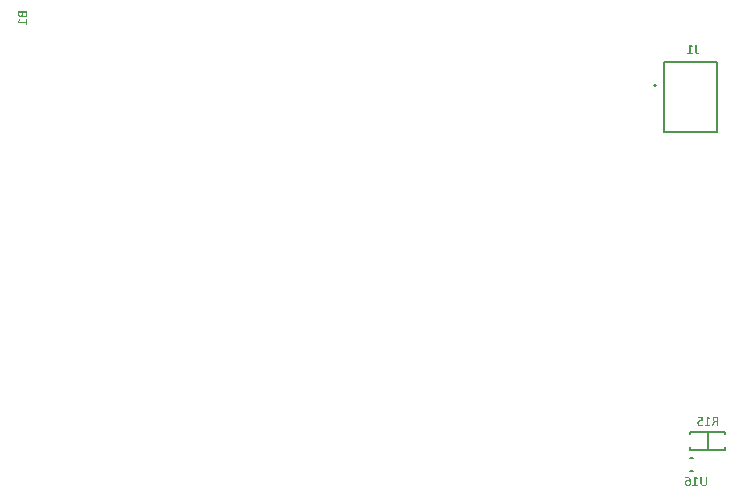
<source format=gbo>
G04*
G04 #@! TF.GenerationSoftware,Altium Limited,Altium Designer,24.9.1 (31)*
G04*
G04 Layer_Color=32896*
%FSLAX44Y44*%
%MOMM*%
G71*
G04*
G04 #@! TF.SameCoordinates,A601D634-93CA-4805-8520-E3EE879C7AED*
G04*
G04*
G04 #@! TF.FilePolarity,Positive*
G04*
G01*
G75*
%ADD10C,0.1270*%
%ADD15C,0.2000*%
%ADD18C,0.1500*%
G36*
X1439426Y489122D02*
X1439525D01*
X1439553Y489108D01*
X1439567D01*
X1439637Y489094D01*
X1439651Y489080D01*
X1439665D01*
X1439708Y489066D01*
X1439722Y489052D01*
X1441526Y487896D01*
X1441597Y487854D01*
X1441611Y487840D01*
X1441625Y487826D01*
X1441653Y487769D01*
X1441667Y487755D01*
Y487741D01*
X1441681Y487699D01*
Y487656D01*
X1441695Y487628D01*
Y487614D01*
Y487501D01*
Y487459D01*
Y487445D01*
Y487346D01*
X1441681Y487276D01*
Y487219D01*
Y487205D01*
X1441667Y487149D01*
X1441653Y487107D01*
X1441625Y487092D01*
Y487078D01*
X1441583Y487050D01*
X1441512D01*
X1441456Y487064D01*
X1441399Y487092D01*
X1441343Y487121D01*
X1441329Y487135D01*
X1439806Y488037D01*
Y482046D01*
X1441456D01*
X1441512Y482032D01*
X1441526Y482018D01*
X1441540D01*
X1441597Y481961D01*
X1441611Y481947D01*
Y481933D01*
X1441639Y481848D01*
X1441653Y481806D01*
Y481792D01*
X1441667Y481736D01*
Y481679D01*
Y481623D01*
Y481609D01*
Y481524D01*
X1441653Y481468D01*
Y481426D01*
Y481411D01*
X1441625Y481327D01*
X1441611Y481299D01*
Y481284D01*
X1441554Y481228D01*
X1441540Y481214D01*
X1441484Y481200D01*
X1437339D01*
X1437283Y481214D01*
X1437255D01*
X1437198Y481256D01*
X1437184Y481284D01*
X1437156Y481369D01*
X1437142Y481397D01*
Y481411D01*
X1437128Y481482D01*
X1437114Y481538D01*
Y481595D01*
Y481609D01*
Y481679D01*
X1437128Y481750D01*
X1437142Y481778D01*
Y481792D01*
X1437156Y481848D01*
X1437170Y481891D01*
X1437184Y481919D01*
Y481933D01*
X1437227Y482003D01*
X1437241Y482018D01*
X1437255D01*
X1437311Y482046D01*
X1438763D01*
Y488953D01*
X1438777Y489010D01*
X1438791Y489024D01*
X1438806Y489052D01*
X1438834Y489066D01*
X1438848Y489080D01*
X1438862D01*
X1438904Y489094D01*
X1438961Y489108D01*
X1439003Y489122D01*
X1439017D01*
X1439102Y489137D01*
X1439384D01*
X1439426Y489122D01*
D02*
G37*
G36*
X1432758Y489179D02*
X1432984Y489165D01*
X1433195Y489137D01*
X1433364Y489108D01*
X1433505Y489066D01*
X1433618Y489038D01*
X1433674Y489024D01*
X1433702Y489010D01*
X1433886Y488939D01*
X1434041Y488855D01*
X1434196Y488770D01*
X1434323Y488685D01*
X1434421Y488615D01*
X1434492Y488559D01*
X1434548Y488516D01*
X1434562Y488502D01*
X1434689Y488375D01*
X1434816Y488262D01*
X1434915Y488136D01*
X1434999Y488023D01*
X1435070Y487924D01*
X1435126Y487840D01*
X1435154Y487783D01*
X1435168Y487769D01*
X1435324Y487445D01*
X1435394Y487304D01*
X1435450Y487163D01*
X1435493Y487036D01*
X1435521Y486951D01*
X1435549Y486895D01*
Y486867D01*
X1435634Y486515D01*
X1435676Y486345D01*
X1435704Y486190D01*
X1435718Y486063D01*
X1435732Y485951D01*
X1435746Y485894D01*
Y485866D01*
X1435775Y485485D01*
Y485316D01*
X1435789Y485161D01*
Y485020D01*
Y484921D01*
Y484865D01*
Y484837D01*
Y484626D01*
X1435775Y484428D01*
Y484245D01*
X1435761Y484090D01*
Y483963D01*
X1435746Y483850D01*
Y483794D01*
Y483766D01*
X1435732Y483582D01*
X1435704Y483413D01*
X1435676Y483258D01*
X1435648Y483117D01*
X1435634Y483004D01*
X1435605Y482920D01*
X1435591Y482863D01*
Y482849D01*
X1435549Y482694D01*
X1435493Y482553D01*
X1435450Y482426D01*
X1435394Y482314D01*
X1435366Y482229D01*
X1435324Y482159D01*
X1435309Y482116D01*
X1435295Y482102D01*
X1435140Y481877D01*
X1435056Y481792D01*
X1434985Y481707D01*
X1434929Y481637D01*
X1434872Y481595D01*
X1434844Y481566D01*
X1434830Y481552D01*
X1434605Y481397D01*
X1434393Y481299D01*
X1434309Y481256D01*
X1434224Y481228D01*
X1434182Y481200D01*
X1434168D01*
X1433872Y481129D01*
X1433716Y481115D01*
X1433590Y481101D01*
X1433463Y481087D01*
X1433294D01*
X1433040Y481101D01*
X1432814Y481115D01*
X1432617Y481158D01*
X1432448Y481200D01*
X1432307Y481228D01*
X1432194Y481270D01*
X1432138Y481284D01*
X1432110Y481299D01*
X1431926Y481383D01*
X1431771Y481482D01*
X1431616Y481581D01*
X1431503Y481679D01*
X1431405Y481764D01*
X1431334Y481834D01*
X1431292Y481877D01*
X1431278Y481891D01*
X1431165Y482032D01*
X1431052Y482173D01*
X1430968Y482314D01*
X1430897Y482454D01*
X1430855Y482567D01*
X1430813Y482652D01*
X1430784Y482722D01*
Y482737D01*
X1430728Y482920D01*
X1430686Y483103D01*
X1430658Y483272D01*
X1430629Y483427D01*
Y483554D01*
X1430615Y483667D01*
Y483723D01*
Y483751D01*
Y483935D01*
X1430629Y484090D01*
X1430658Y484245D01*
X1430672Y484372D01*
X1430700Y484484D01*
X1430728Y484569D01*
X1430742Y484626D01*
Y484640D01*
X1430784Y484795D01*
X1430855Y484936D01*
X1430911Y485062D01*
X1430968Y485161D01*
X1431038Y485246D01*
X1431080Y485316D01*
X1431109Y485359D01*
X1431123Y485373D01*
X1431235Y485485D01*
X1431348Y485584D01*
X1431461Y485655D01*
X1431588Y485725D01*
X1431687Y485781D01*
X1431771Y485824D01*
X1431828Y485838D01*
X1431842Y485852D01*
X1432011Y485908D01*
X1432194Y485965D01*
X1432377Y485993D01*
X1432547Y486007D01*
X1432687Y486021D01*
X1432800Y486035D01*
X1432913D01*
X1433124Y486021D01*
X1433308Y486007D01*
X1433378Y485993D01*
X1433435D01*
X1433463Y485979D01*
X1433477D01*
X1433660Y485951D01*
X1433815Y485908D01*
X1433886Y485894D01*
X1433928Y485880D01*
X1433956Y485866D01*
X1433970D01*
X1434139Y485810D01*
X1434266Y485753D01*
X1434323Y485739D01*
X1434365Y485711D01*
X1434393Y485697D01*
X1434407D01*
X1434548Y485626D01*
X1434661Y485570D01*
X1434731Y485528D01*
X1434746Y485514D01*
X1434760D01*
X1434746Y485725D01*
X1434731Y485922D01*
X1434703Y486106D01*
X1434675Y486261D01*
X1434661Y486402D01*
X1434633Y486500D01*
X1434619Y486557D01*
Y486585D01*
X1434562Y486768D01*
X1434506Y486951D01*
X1434435Y487107D01*
X1434379Y487233D01*
X1434323Y487346D01*
X1434280Y487431D01*
X1434252Y487487D01*
X1434238Y487501D01*
X1434125Y487642D01*
X1434012Y487769D01*
X1433900Y487868D01*
X1433801Y487966D01*
X1433702Y488023D01*
X1433632Y488079D01*
X1433575Y488107D01*
X1433561Y488121D01*
X1433406Y488206D01*
X1433237Y488262D01*
X1433068Y488305D01*
X1432927Y488333D01*
X1432786Y488347D01*
X1432687Y488361D01*
X1432589D01*
X1432377Y488347D01*
X1432279D01*
X1432208Y488333D01*
X1432138Y488319D01*
X1432095D01*
X1432067Y488305D01*
X1432053D01*
X1431884Y488277D01*
X1431771Y488234D01*
X1431687Y488220D01*
X1431658Y488206D01*
X1431546Y488178D01*
X1431447Y488150D01*
X1431391Y488136D01*
X1431376Y488121D01*
X1431292Y488093D01*
X1431235Y488079D01*
X1431193D01*
X1431123Y488093D01*
X1431109Y488107D01*
X1431066Y488150D01*
X1431052Y488178D01*
X1431038Y488220D01*
X1431024Y488262D01*
Y488291D01*
Y488305D01*
X1431010Y488375D01*
Y488432D01*
Y488474D01*
Y488488D01*
Y488544D01*
Y488587D01*
X1431024Y488615D01*
Y488629D01*
Y488714D01*
X1431038Y488728D01*
Y488742D01*
X1431066Y488798D01*
X1431080Y488826D01*
X1431109Y488883D01*
X1431123Y488897D01*
X1431137D01*
X1431179Y488925D01*
X1431250Y488953D01*
X1431292Y488967D01*
X1431320Y488981D01*
X1431419Y489024D01*
X1431532Y489052D01*
X1431616Y489080D01*
X1431644D01*
X1431799Y489122D01*
X1431926Y489151D01*
X1431983D01*
X1432025Y489165D01*
X1432067D01*
X1432236Y489179D01*
X1432377Y489193D01*
X1432518D01*
X1432758Y489179D01*
D02*
G37*
G36*
X1449421Y489108D02*
X1449477Y489094D01*
X1449491D01*
X1449547Y489080D01*
X1449604Y489066D01*
X1449632Y489052D01*
X1449646D01*
X1449702Y489024D01*
X1449731Y489010D01*
Y488996D01*
X1449745Y488953D01*
Y488939D01*
Y488925D01*
Y484033D01*
X1449731Y483766D01*
X1449717Y483526D01*
X1449688Y483300D01*
X1449646Y483117D01*
X1449604Y482962D01*
X1449576Y482849D01*
X1449561Y482779D01*
X1449547Y482751D01*
X1449463Y482553D01*
X1449364Y482370D01*
X1449265Y482215D01*
X1449167Y482074D01*
X1449082Y481975D01*
X1449012Y481891D01*
X1448970Y481834D01*
X1448955Y481820D01*
X1448800Y481693D01*
X1448645Y481581D01*
X1448504Y481482D01*
X1448349Y481411D01*
X1448222Y481355D01*
X1448124Y481299D01*
X1448067Y481284D01*
X1448039Y481270D01*
X1447828Y481214D01*
X1447630Y481172D01*
X1447433Y481129D01*
X1447250Y481115D01*
X1447095Y481101D01*
X1446968Y481087D01*
X1446855D01*
X1446587Y481101D01*
X1446347Y481115D01*
X1446136Y481143D01*
X1445953Y481186D01*
X1445798Y481228D01*
X1445685Y481256D01*
X1445614Y481270D01*
X1445586Y481284D01*
X1445389Y481369D01*
X1445191Y481454D01*
X1445036Y481552D01*
X1444895Y481651D01*
X1444783Y481736D01*
X1444698Y481806D01*
X1444642Y481848D01*
X1444628Y481862D01*
X1444487Y482018D01*
X1444360Y482173D01*
X1444261Y482342D01*
X1444176Y482497D01*
X1444106Y482624D01*
X1444064Y482722D01*
X1444035Y482793D01*
X1444021Y482821D01*
X1443951Y483032D01*
X1443895Y483258D01*
X1443866Y483470D01*
X1443838Y483681D01*
X1443824Y483850D01*
X1443810Y483977D01*
Y484033D01*
Y484076D01*
Y484090D01*
Y484104D01*
Y488925D01*
X1443824Y488981D01*
X1443838Y488996D01*
X1443866Y489024D01*
X1443895Y489038D01*
X1443923Y489052D01*
X1443937D01*
X1443979Y489066D01*
X1444035Y489080D01*
X1444078Y489094D01*
X1444092D01*
X1444176Y489108D01*
X1444247Y489122D01*
X1444430D01*
X1444515Y489108D01*
X1444571Y489094D01*
X1444585D01*
X1444656Y489080D01*
X1444712Y489066D01*
X1444740Y489052D01*
X1444754D01*
X1444811Y489024D01*
X1444839Y489010D01*
Y488996D01*
X1444853Y488953D01*
Y488939D01*
Y488925D01*
Y484104D01*
Y483921D01*
X1444881Y483737D01*
X1444895Y483582D01*
X1444924Y483441D01*
X1444952Y483329D01*
X1444966Y483244D01*
X1444994Y483188D01*
Y483173D01*
X1445051Y483032D01*
X1445107Y482906D01*
X1445163Y482793D01*
X1445234Y482694D01*
X1445290Y482624D01*
X1445332Y482553D01*
X1445361Y482525D01*
X1445375Y482511D01*
X1445572Y482342D01*
X1445755Y482215D01*
X1445840Y482173D01*
X1445910Y482144D01*
X1445953Y482116D01*
X1445967D01*
X1446249Y482046D01*
X1446376Y482018D01*
X1446503Y482003D01*
X1446615D01*
X1446700Y481989D01*
X1446784D01*
X1447095Y482003D01*
X1447236Y482032D01*
X1447348Y482060D01*
X1447447Y482074D01*
X1447518Y482102D01*
X1447574Y482116D01*
X1447588D01*
X1447828Y482243D01*
X1447940Y482314D01*
X1448025Y482370D01*
X1448096Y482426D01*
X1448152Y482483D01*
X1448180Y482511D01*
X1448194Y482525D01*
X1448363Y482751D01*
X1448476Y482962D01*
X1448518Y483061D01*
X1448547Y483131D01*
X1448575Y483188D01*
Y483202D01*
X1448645Y483526D01*
X1448673Y483681D01*
X1448687Y483836D01*
Y483963D01*
X1448702Y484062D01*
Y484132D01*
Y484160D01*
Y488925D01*
X1448716Y488981D01*
X1448730Y488996D01*
X1448786Y489038D01*
X1448800Y489052D01*
X1448814D01*
X1448871Y489066D01*
X1448913Y489080D01*
X1448970Y489094D01*
X1448984D01*
X1449068Y489108D01*
X1449139Y489122D01*
X1449336D01*
X1449421Y489108D01*
D02*
G37*
G36*
X1449753Y539951D02*
X1449852D01*
X1449880Y539936D01*
X1449894D01*
X1449965Y539922D01*
X1449979Y539908D01*
X1449993D01*
X1450035Y539894D01*
X1450049Y539880D01*
X1451854Y538724D01*
X1451924Y538682D01*
X1451938Y538668D01*
X1451952Y538654D01*
X1451981Y538597D01*
X1451995Y538583D01*
Y538569D01*
X1452009Y538527D01*
Y538484D01*
X1452023Y538456D01*
Y538442D01*
Y538330D01*
Y538287D01*
Y538273D01*
Y538174D01*
X1452009Y538104D01*
Y538047D01*
Y538033D01*
X1451995Y537977D01*
X1451981Y537935D01*
X1451952Y537921D01*
Y537906D01*
X1451910Y537878D01*
X1451840D01*
X1451783Y537892D01*
X1451727Y537921D01*
X1451671Y537949D01*
X1451656Y537963D01*
X1450134Y538865D01*
Y532874D01*
X1451783D01*
X1451840Y532860D01*
X1451854Y532846D01*
X1451868D01*
X1451924Y532789D01*
X1451938Y532775D01*
Y532761D01*
X1451967Y532677D01*
X1451981Y532634D01*
Y532620D01*
X1451995Y532564D01*
Y532507D01*
Y532451D01*
Y532437D01*
Y532352D01*
X1451981Y532296D01*
Y532254D01*
Y532240D01*
X1451952Y532155D01*
X1451938Y532127D01*
Y532113D01*
X1451882Y532056D01*
X1451868Y532042D01*
X1451811Y532028D01*
X1447667D01*
X1447610Y532042D01*
X1447582D01*
X1447526Y532085D01*
X1447512Y532113D01*
X1447484Y532197D01*
X1447470Y532225D01*
Y532240D01*
X1447455Y532310D01*
X1447441Y532366D01*
Y532423D01*
Y532437D01*
Y532507D01*
X1447455Y532578D01*
X1447470Y532606D01*
Y532620D01*
X1447484Y532677D01*
X1447498Y532719D01*
X1447512Y532747D01*
Y532761D01*
X1447554Y532832D01*
X1447568Y532846D01*
X1447582D01*
X1447639Y532874D01*
X1449091D01*
Y539781D01*
X1449105Y539838D01*
X1449119Y539852D01*
X1449133Y539880D01*
X1449161Y539894D01*
X1449175Y539908D01*
X1449189D01*
X1449232Y539922D01*
X1449288Y539936D01*
X1449330Y539951D01*
X1449344D01*
X1449429Y539965D01*
X1449711D01*
X1449753Y539951D01*
D02*
G37*
G36*
X1445496Y539894D02*
X1445581Y539866D01*
X1445637Y539824D01*
X1445651Y539810D01*
X1445693Y539725D01*
X1445721Y539612D01*
X1445736Y539528D01*
Y539514D01*
Y539500D01*
Y536300D01*
X1445721Y536158D01*
X1445693Y536060D01*
X1445679Y536003D01*
X1445665Y535989D01*
X1445595Y535947D01*
X1445524Y535919D01*
X1445454Y535905D01*
X1445426D01*
X1445256Y535919D01*
X1445087Y535933D01*
X1445031D01*
X1444974Y535947D01*
X1444932D01*
X1444721Y535975D01*
X1444509Y535989D01*
X1444115D01*
X1443931Y535975D01*
X1443776Y535961D01*
X1443649Y535947D01*
X1443537Y535919D01*
X1443466Y535905D01*
X1443410Y535891D01*
X1443396D01*
X1443255Y535848D01*
X1443142Y535806D01*
X1443029Y535750D01*
X1442944Y535707D01*
X1442874Y535665D01*
X1442818Y535623D01*
X1442789Y535609D01*
X1442775Y535595D01*
X1442606Y535440D01*
X1442493Y535285D01*
X1442451Y535214D01*
X1442423Y535172D01*
X1442409Y535129D01*
Y535115D01*
X1442338Y534890D01*
X1442296Y534678D01*
X1442282Y534594D01*
Y534523D01*
Y534467D01*
Y534453D01*
Y534298D01*
X1442310Y534143D01*
X1442324Y534016D01*
X1442352Y533903D01*
X1442381Y533818D01*
X1442395Y533748D01*
X1442423Y533706D01*
Y533691D01*
X1442550Y533480D01*
X1442606Y533396D01*
X1442677Y533311D01*
X1442733Y533255D01*
X1442775Y533212D01*
X1442803Y533184D01*
X1442818Y533170D01*
X1443015Y533029D01*
X1443198Y532930D01*
X1443283Y532902D01*
X1443353Y532874D01*
X1443396Y532860D01*
X1443410D01*
X1443663Y532817D01*
X1443790Y532789D01*
X1443903D01*
X1444016Y532775D01*
X1444312D01*
X1444453Y532789D01*
X1444594Y532803D01*
X1444707Y532817D01*
X1444791D01*
X1444862Y532832D01*
X1444904Y532846D01*
X1444918D01*
X1445130Y532902D01*
X1445228Y532930D01*
X1445299Y532958D01*
X1445369Y532987D01*
X1445411Y533001D01*
X1445440Y533015D01*
X1445454D01*
X1445595Y533085D01*
X1445707Y533142D01*
X1445764Y533170D01*
X1445792Y533184D01*
X1445877Y533240D01*
X1445933Y533255D01*
X1445961Y533269D01*
X1445975D01*
X1446032Y533255D01*
X1446046Y533240D01*
X1446060D01*
X1446102Y533184D01*
X1446116Y533170D01*
Y533156D01*
X1446130Y533114D01*
Y533071D01*
X1446145Y533043D01*
Y533029D01*
Y532958D01*
Y532902D01*
Y532860D01*
Y532846D01*
Y532761D01*
Y532705D01*
Y532663D01*
Y532648D01*
X1446130Y532564D01*
Y532536D01*
Y532522D01*
X1446102Y532451D01*
X1446088Y532437D01*
Y532423D01*
X1446060Y532380D01*
X1446032Y532366D01*
Y532352D01*
X1445975Y532324D01*
X1445905Y532282D01*
X1445848Y532254D01*
X1445820Y532240D01*
X1445679Y532183D01*
X1445538Y532141D01*
X1445482Y532127D01*
X1445440Y532113D01*
X1445411Y532099D01*
X1445397D01*
X1445200Y532056D01*
X1445017Y532014D01*
X1444932Y532000D01*
X1444876Y531986D01*
X1444833Y531972D01*
X1444819D01*
X1444566Y531944D01*
X1444453Y531929D01*
X1444340D01*
X1444241Y531915D01*
X1444115D01*
X1443875Y531929D01*
X1443649Y531944D01*
X1443452Y531972D01*
X1443283Y532000D01*
X1443128Y532028D01*
X1443029Y532056D01*
X1442959Y532085D01*
X1442930D01*
X1442733Y532155D01*
X1442550Y532240D01*
X1442395Y532324D01*
X1442254Y532409D01*
X1442155Y532479D01*
X1442070Y532536D01*
X1442014Y532578D01*
X1442000Y532592D01*
X1441859Y532719D01*
X1441732Y532860D01*
X1441633Y533001D01*
X1441549Y533142D01*
X1441478Y533255D01*
X1441436Y533339D01*
X1441408Y533396D01*
X1441394Y533424D01*
X1441323Y533621D01*
X1441267Y533804D01*
X1441225Y534002D01*
X1441196Y534171D01*
X1441182Y534326D01*
X1441168Y534439D01*
Y534523D01*
Y534552D01*
Y534735D01*
X1441196Y534918D01*
X1441225Y535073D01*
X1441253Y535214D01*
X1441281Y535327D01*
X1441309Y535411D01*
X1441323Y535468D01*
X1441337Y535482D01*
X1441408Y535637D01*
X1441478Y535778D01*
X1441563Y535891D01*
X1441647Y536003D01*
X1441718Y536088D01*
X1441774Y536144D01*
X1441817Y536187D01*
X1441831Y536201D01*
X1441958Y536300D01*
X1442099Y536398D01*
X1442225Y536469D01*
X1442366Y536539D01*
X1442479Y536581D01*
X1442564Y536624D01*
X1442620Y536652D01*
X1442648D01*
X1442832Y536708D01*
X1443029Y536751D01*
X1443226Y536779D01*
X1443396Y536807D01*
X1443551D01*
X1443678Y536821D01*
X1444143D01*
X1444199Y536807D01*
X1444439D01*
X1444566Y536793D01*
X1444622Y536779D01*
X1444664D01*
X1444678Y536765D01*
X1444693D01*
Y538992D01*
X1441887D01*
X1441817Y539006D01*
X1441774Y539048D01*
X1441746Y539091D01*
X1441732Y539105D01*
X1441690Y539218D01*
X1441676Y539316D01*
X1441662Y539415D01*
Y539429D01*
Y539443D01*
Y539528D01*
X1441676Y539598D01*
X1441690Y539641D01*
Y539655D01*
X1441704Y539711D01*
X1441718Y539753D01*
X1441732Y539781D01*
Y539795D01*
X1441774Y539866D01*
X1441788Y539880D01*
X1441803D01*
X1441873Y539908D01*
X1445383D01*
X1445496Y539894D01*
D02*
G37*
G36*
X1458550D02*
X1458634Y539866D01*
X1458691Y539824D01*
X1458719Y539810D01*
X1458790Y539711D01*
X1458818Y539598D01*
X1458832Y539514D01*
Y539485D01*
Y539471D01*
Y532169D01*
X1458818Y532113D01*
Y532099D01*
Y532085D01*
X1458761Y532056D01*
X1458747Y532042D01*
X1458733D01*
X1458620Y532028D01*
X1458578Y532014D01*
X1458564D01*
X1458479Y532000D01*
X1458395Y531986D01*
X1458212D01*
X1458141Y532000D01*
X1458085Y532014D01*
X1458071D01*
X1458000Y532028D01*
X1457958D01*
X1457930Y532042D01*
X1457915D01*
X1457873Y532056D01*
X1457845Y532070D01*
X1457817Y532085D01*
X1457789Y532141D01*
Y532169D01*
Y535538D01*
X1457098D01*
X1456844Y535524D01*
X1456745Y535510D01*
X1456647Y535482D01*
X1456576Y535468D01*
X1456520Y535440D01*
X1456492Y535425D01*
X1456478D01*
X1456308Y535327D01*
X1456167Y535228D01*
X1456111Y535186D01*
X1456069Y535144D01*
X1456055Y535129D01*
X1456040Y535115D01*
X1455900Y534974D01*
X1455801Y534819D01*
X1455759Y534763D01*
X1455730Y534706D01*
X1455702Y534678D01*
Y534664D01*
X1455603Y534467D01*
X1455519Y534284D01*
X1455477Y534199D01*
X1455463Y534143D01*
X1455434Y534100D01*
Y534086D01*
X1454715Y532225D01*
X1454673Y532141D01*
X1454659Y532113D01*
Y532099D01*
X1454589Y532042D01*
X1454574Y532028D01*
X1454560D01*
X1454518Y532014D01*
X1454462D01*
X1454419Y532000D01*
X1454405D01*
X1454321Y531986D01*
X1454011D01*
X1453926Y532000D01*
X1453855D01*
X1453785Y532014D01*
X1453729D01*
X1453700Y532028D01*
X1453686D01*
X1453644Y532056D01*
X1453616Y532070D01*
X1453602Y532085D01*
X1453588Y532141D01*
Y532169D01*
X1453602Y532268D01*
X1453616Y532296D01*
Y532310D01*
X1453630Y532395D01*
X1453672Y532493D01*
X1453700Y532578D01*
X1453714Y532606D01*
Y532620D01*
X1454419Y534354D01*
X1454518Y534566D01*
X1454589Y534735D01*
X1454631Y534805D01*
X1454645Y534847D01*
X1454673Y534876D01*
Y534890D01*
X1454758Y535059D01*
X1454842Y535186D01*
X1454870Y535242D01*
X1454899Y535285D01*
X1454927Y535299D01*
Y535313D01*
X1455026Y535440D01*
X1455124Y535538D01*
X1455195Y535595D01*
X1455209Y535623D01*
X1455223D01*
X1455350Y535707D01*
X1455463Y535778D01*
X1455547Y535834D01*
X1455561Y535848D01*
X1455575D01*
X1455322Y535947D01*
X1455223Y535989D01*
X1455124Y536032D01*
X1455054Y536074D01*
X1454983Y536102D01*
X1454955Y536130D01*
X1454941D01*
X1454744Y536271D01*
X1454589Y536412D01*
X1454532Y536469D01*
X1454490Y536511D01*
X1454476Y536539D01*
X1454462Y536553D01*
X1454335Y536736D01*
X1454236Y536920D01*
X1454194Y536990D01*
X1454166Y537047D01*
X1454151Y537089D01*
Y537103D01*
X1454081Y537357D01*
X1454067Y537469D01*
X1454053Y537582D01*
X1454039Y537681D01*
Y537752D01*
Y537808D01*
Y537822D01*
X1454053Y538118D01*
X1454081Y538245D01*
X1454095Y538344D01*
X1454123Y538442D01*
X1454151Y538513D01*
X1454166Y538555D01*
Y538569D01*
X1454264Y538809D01*
X1454321Y538907D01*
X1454377Y538992D01*
X1454433Y539062D01*
X1454476Y539119D01*
X1454504Y539147D01*
X1454518Y539161D01*
X1454715Y539344D01*
X1454899Y539485D01*
X1454983Y539528D01*
X1455054Y539570D01*
X1455096Y539584D01*
X1455110Y539598D01*
X1455378Y539711D01*
X1455519Y539753D01*
X1455646Y539795D01*
X1455759Y539824D01*
X1455843Y539838D01*
X1455900Y539852D01*
X1455914D01*
X1456040Y539866D01*
X1456153D01*
X1456252Y539880D01*
X1456280D01*
X1456435Y539894D01*
X1456604Y539908D01*
X1458451D01*
X1458550Y539894D01*
D02*
G37*
G36*
X873466Y883065D02*
X873565Y883023D01*
X873635Y882981D01*
X873649Y882967D01*
X873691Y882868D01*
X873720Y882784D01*
X873734Y882727D01*
Y880471D01*
X873720Y880331D01*
Y880190D01*
X873706Y880077D01*
X873691Y879978D01*
Y879908D01*
X873677Y879865D01*
Y879851D01*
X873621Y879597D01*
X873579Y879485D01*
X873550Y879400D01*
X873522Y879316D01*
X873494Y879259D01*
X873480Y879217D01*
Y879203D01*
X873381Y878991D01*
X873325Y878893D01*
X873283Y878808D01*
X873240Y878752D01*
X873198Y878695D01*
X873184Y878667D01*
X873170Y878653D01*
X873029Y878484D01*
X872888Y878357D01*
X872818Y878315D01*
X872775Y878272D01*
X872747Y878258D01*
X872733Y878244D01*
X872535Y878131D01*
X872352Y878047D01*
X872282Y878019D01*
X872225Y877990D01*
X872183Y877976D01*
X872169D01*
X871929Y877920D01*
X871817Y877906D01*
X871704Y877892D01*
X871619Y877878D01*
X871549D01*
X871492D01*
X871478D01*
X871196Y877892D01*
X871084Y877920D01*
X870971Y877934D01*
X870886Y877962D01*
X870816Y877990D01*
X870773Y878005D01*
X870759D01*
X870520Y878117D01*
X870421Y878174D01*
X870336Y878216D01*
X870266Y878272D01*
X870210Y878301D01*
X870181Y878329D01*
X870167Y878343D01*
X869998Y878498D01*
X869871Y878653D01*
X869815Y878724D01*
X869787Y878780D01*
X869758Y878808D01*
Y878822D01*
X869646Y879034D01*
X869575Y879231D01*
X869561Y879316D01*
X869547Y879372D01*
X869533Y879414D01*
Y879428D01*
X869434Y879245D01*
X869350Y879104D01*
X869307Y879048D01*
X869279Y879006D01*
X869251Y878991D01*
Y878977D01*
X869124Y878836D01*
X868997Y878738D01*
X868898Y878681D01*
X868884Y878653D01*
X868870D01*
X868701Y878554D01*
X868546Y878498D01*
X868490Y878470D01*
X868433Y878456D01*
X868405Y878442D01*
X868391D01*
X868194Y878399D01*
X868025Y878385D01*
X867954Y878371D01*
X867898D01*
X867869D01*
X867855D01*
X867686D01*
X867531Y878399D01*
X867390Y878413D01*
X867263Y878442D01*
X867165Y878470D01*
X867094Y878498D01*
X867038Y878512D01*
X867024Y878526D01*
X866883Y878597D01*
X866770Y878667D01*
X866657Y878738D01*
X866558Y878822D01*
X866488Y878879D01*
X866432Y878935D01*
X866403Y878977D01*
X866389Y878991D01*
X866305Y879104D01*
X866220Y879231D01*
X866093Y879471D01*
X866051Y879583D01*
X866023Y879668D01*
X865994Y879724D01*
Y879738D01*
X865952Y879922D01*
X865910Y880105D01*
X865882Y880302D01*
X865868Y880486D01*
X865854Y880641D01*
Y882699D01*
X865868Y882797D01*
X865896Y882882D01*
X865938Y882939D01*
X865952Y882967D01*
X866051Y883037D01*
X866164Y883065D01*
X866248Y883080D01*
X866276D01*
X866291D01*
X873311D01*
X873466Y883065D01*
D02*
G37*
G36*
X867658Y876256D02*
X867714D01*
X867728D01*
X867785Y876242D01*
X867827Y876228D01*
X867841Y876200D01*
X867855D01*
X867884Y876158D01*
Y876087D01*
X867869Y876031D01*
X867841Y875975D01*
X867813Y875918D01*
X867799Y875904D01*
X866897Y874382D01*
X872888D01*
Y876031D01*
X872902Y876087D01*
X872916Y876102D01*
Y876116D01*
X872972Y876172D01*
X872987Y876186D01*
X873001D01*
X873085Y876214D01*
X873128Y876228D01*
X873142D01*
X873198Y876242D01*
X873254D01*
X873311D01*
X873325D01*
X873410D01*
X873466Y876228D01*
X873508D01*
X873522D01*
X873607Y876200D01*
X873635Y876186D01*
X873649D01*
X873706Y876130D01*
X873720Y876116D01*
X873734Y876059D01*
Y871915D01*
X873720Y871858D01*
Y871830D01*
X873677Y871774D01*
X873649Y871760D01*
X873565Y871731D01*
X873536Y871717D01*
X873522D01*
X873452Y871703D01*
X873395Y871689D01*
X873339D01*
X873325D01*
X873254D01*
X873184Y871703D01*
X873156Y871717D01*
X873142D01*
X873085Y871731D01*
X873043Y871746D01*
X873015Y871760D01*
X873001D01*
X872930Y871802D01*
X872916Y871816D01*
Y871830D01*
X872888Y871887D01*
Y873338D01*
X865980D01*
X865924Y873353D01*
X865910Y873367D01*
X865882Y873381D01*
X865868Y873409D01*
X865854Y873423D01*
Y873437D01*
X865839Y873479D01*
X865825Y873536D01*
X865811Y873578D01*
Y873592D01*
X865797Y873677D01*
Y873959D01*
X865811Y874001D01*
Y874100D01*
X865825Y874128D01*
Y874142D01*
X865839Y874212D01*
X865854Y874227D01*
Y874241D01*
X865868Y874283D01*
X865882Y874297D01*
X867038Y876102D01*
X867080Y876172D01*
X867094Y876186D01*
X867108Y876200D01*
X867165Y876228D01*
X867179Y876242D01*
X867193D01*
X867235Y876256D01*
X867277D01*
X867306Y876271D01*
X867320D01*
X867432D01*
X867475D01*
X867489D01*
X867588D01*
X867658Y876256D01*
D02*
G37*
G36*
X1435159Y854911D02*
X1435258D01*
X1435286Y854896D01*
X1435300D01*
X1435370Y854882D01*
X1435385Y854868D01*
X1435399D01*
X1435441Y854854D01*
X1435455Y854840D01*
X1437259Y853684D01*
X1437330Y853642D01*
X1437344Y853628D01*
X1437358Y853614D01*
X1437386Y853557D01*
X1437400Y853543D01*
Y853529D01*
X1437414Y853487D01*
Y853445D01*
X1437428Y853416D01*
Y853402D01*
Y853289D01*
Y853247D01*
Y853233D01*
Y853134D01*
X1437414Y853064D01*
Y853008D01*
Y852993D01*
X1437400Y852937D01*
X1437386Y852895D01*
X1437358Y852881D01*
Y852867D01*
X1437316Y852838D01*
X1437245D01*
X1437189Y852852D01*
X1437133Y852881D01*
X1437076Y852909D01*
X1437062Y852923D01*
X1435540Y853825D01*
Y847834D01*
X1437189D01*
X1437245Y847820D01*
X1437259Y847806D01*
X1437274D01*
X1437330Y847749D01*
X1437344Y847735D01*
Y847721D01*
X1437372Y847637D01*
X1437386Y847594D01*
Y847580D01*
X1437400Y847524D01*
Y847467D01*
Y847411D01*
Y847397D01*
Y847312D01*
X1437386Y847256D01*
Y847214D01*
Y847200D01*
X1437358Y847115D01*
X1437344Y847087D01*
Y847073D01*
X1437288Y847016D01*
X1437274Y847002D01*
X1437217Y846988D01*
X1433073D01*
X1433016Y847002D01*
X1432988D01*
X1432932Y847045D01*
X1432917Y847073D01*
X1432889Y847157D01*
X1432875Y847186D01*
Y847200D01*
X1432861Y847270D01*
X1432847Y847326D01*
Y847383D01*
Y847397D01*
Y847467D01*
X1432861Y847538D01*
X1432875Y847566D01*
Y847580D01*
X1432889Y847637D01*
X1432903Y847679D01*
X1432917Y847707D01*
Y847721D01*
X1432960Y847792D01*
X1432974Y847806D01*
X1432988D01*
X1433044Y847834D01*
X1434496D01*
Y854741D01*
X1434510Y854798D01*
X1434525Y854812D01*
X1434539Y854840D01*
X1434567Y854854D01*
X1434581Y854868D01*
X1434595D01*
X1434637Y854882D01*
X1434694Y854896D01*
X1434736Y854911D01*
X1434750D01*
X1434835Y854925D01*
X1435117D01*
X1435159Y854911D01*
D02*
G37*
G36*
X1440290Y854896D02*
X1440304D01*
X1440375Y854882D01*
X1440431Y854868D01*
X1440459Y854854D01*
X1440473D01*
X1440530Y854812D01*
X1440558Y854798D01*
Y854784D01*
X1440572Y854741D01*
Y854727D01*
Y854713D01*
Y849074D01*
Y848933D01*
X1440586Y848807D01*
Y848694D01*
X1440600Y848609D01*
X1440614Y848525D01*
Y848468D01*
X1440629Y848440D01*
Y848426D01*
X1440671Y848271D01*
X1440713Y848144D01*
X1440755Y848074D01*
X1440770Y848045D01*
X1440854Y847961D01*
X1440939Y847890D01*
X1440995Y847862D01*
X1441009Y847848D01*
X1441023D01*
X1441136Y847820D01*
X1441249Y847806D01*
X1441376D01*
X1441503Y847820D01*
X1441601Y847834D01*
X1441672Y847848D01*
X1441700D01*
X1441799Y847876D01*
X1441883Y847918D01*
X1441940Y847933D01*
X1441954Y847947D01*
X1442024Y847989D01*
X1442081Y848017D01*
X1442123Y848045D01*
X1442137D01*
X1442179Y848074D01*
X1442222Y848102D01*
X1442264D01*
X1442320Y848088D01*
X1442334Y848074D01*
X1442348D01*
X1442391Y848017D01*
X1442405Y848003D01*
Y847989D01*
X1442419Y847947D01*
Y847904D01*
X1442433Y847876D01*
Y847862D01*
Y847792D01*
Y847721D01*
Y847665D01*
Y847637D01*
Y847552D01*
Y847496D01*
Y847453D01*
Y847439D01*
X1442419Y847355D01*
Y847326D01*
Y847312D01*
X1442391Y847256D01*
X1442377Y847242D01*
Y847228D01*
X1442334Y847186D01*
X1442320Y847171D01*
Y847157D01*
X1442292Y847129D01*
X1442250Y847101D01*
X1442207Y847087D01*
X1442193Y847073D01*
X1442109Y847030D01*
X1442024Y847002D01*
X1441968Y846988D01*
X1441940Y846974D01*
X1441827Y846946D01*
X1441728Y846918D01*
X1441658Y846904D01*
X1441629D01*
X1441503Y846889D01*
X1441390Y846875D01*
X1441108D01*
X1440953Y846904D01*
X1440812Y846918D01*
X1440685Y846946D01*
X1440586Y846974D01*
X1440516Y846988D01*
X1440473Y847016D01*
X1440459D01*
X1440332Y847073D01*
X1440234Y847143D01*
X1440135Y847214D01*
X1440065Y847284D01*
X1440008Y847340D01*
X1439966Y847397D01*
X1439938Y847425D01*
X1439924Y847439D01*
X1439783Y847665D01*
X1439698Y847876D01*
X1439670Y847961D01*
X1439642Y848045D01*
X1439628Y848088D01*
Y848102D01*
X1439571Y848398D01*
X1439557Y848553D01*
X1439543Y848680D01*
X1439529Y848792D01*
Y848877D01*
Y848948D01*
Y848962D01*
Y854713D01*
X1439543Y854770D01*
X1439557Y854784D01*
X1439585Y854812D01*
X1439614Y854840D01*
X1439642Y854854D01*
X1439656D01*
X1439698Y854868D01*
X1439755Y854882D01*
X1439797Y854896D01*
X1439811D01*
X1439895Y854911D01*
X1440234D01*
X1440290Y854896D01*
D02*
G37*
%LPC*%
G36*
X1433237Y485203D02*
X1432955D01*
X1432828Y485189D01*
X1432716Y485175D01*
X1432617Y485147D01*
X1432532Y485133D01*
X1432476Y485105D01*
X1432448Y485091D01*
X1432434D01*
X1432250Y484992D01*
X1432095Y484893D01*
X1432053Y484851D01*
X1432011Y484809D01*
X1431997Y484795D01*
X1431983Y484781D01*
X1431870Y484626D01*
X1431799Y484456D01*
X1431771Y484386D01*
X1431757Y484343D01*
X1431743Y484301D01*
Y484287D01*
X1431701Y484076D01*
X1431687Y483864D01*
X1431672Y483780D01*
Y483709D01*
Y483667D01*
Y483653D01*
X1431687Y483413D01*
X1431701Y483315D01*
X1431715Y483216D01*
X1431743Y483131D01*
X1431757Y483075D01*
X1431771Y483032D01*
Y483018D01*
X1431856Y482807D01*
X1431898Y482708D01*
X1431940Y482624D01*
X1431983Y482553D01*
X1432025Y482497D01*
X1432039Y482469D01*
X1432053Y482454D01*
X1432208Y482299D01*
X1432349Y482173D01*
X1432420Y482130D01*
X1432476Y482102D01*
X1432504Y482074D01*
X1432518D01*
X1432744Y481989D01*
X1432955Y481947D01*
X1433054D01*
X1433124Y481933D01*
X1433195D01*
X1433463Y481947D01*
X1433575Y481975D01*
X1433674Y482003D01*
X1433759Y482018D01*
X1433815Y482046D01*
X1433858Y482060D01*
X1433872D01*
X1433970Y482116D01*
X1434069Y482187D01*
X1434210Y482342D01*
X1434266Y482412D01*
X1434309Y482454D01*
X1434337Y482497D01*
X1434351Y482511D01*
X1434421Y482638D01*
X1434478Y482779D01*
X1434520Y482920D01*
X1434562Y483061D01*
X1434590Y483173D01*
X1434619Y483272D01*
X1434633Y483329D01*
Y483357D01*
X1434661Y483568D01*
X1434689Y483794D01*
X1434703Y484005D01*
X1434717Y484217D01*
X1434731Y484400D01*
Y484555D01*
Y484611D01*
Y484654D01*
Y484668D01*
Y484682D01*
X1434619Y484766D01*
X1434506Y484823D01*
X1434421Y484865D01*
X1434407Y484879D01*
X1434393D01*
X1434252Y484950D01*
X1434111Y485006D01*
X1434055Y485020D01*
X1434027Y485034D01*
X1433999Y485048D01*
X1433984D01*
X1433829Y485091D01*
X1433688Y485133D01*
X1433632Y485147D01*
X1433590D01*
X1433561Y485161D01*
X1433547D01*
X1433378Y485189D01*
X1433237Y485203D01*
D02*
G37*
G36*
X1457789Y539048D02*
X1456703D01*
X1456618Y539034D01*
X1456492D01*
X1456435Y539020D01*
X1456407D01*
X1456266Y539006D01*
X1456167Y538992D01*
X1456097Y538978D01*
X1456069Y538964D01*
X1455900Y538907D01*
X1455744Y538837D01*
X1455632Y538752D01*
X1455533Y538682D01*
X1455463Y538611D01*
X1455406Y538555D01*
X1455378Y538513D01*
X1455364Y538499D01*
X1455293Y538372D01*
X1455237Y538245D01*
X1455209Y538104D01*
X1455181Y537977D01*
X1455166Y537878D01*
X1455152Y537794D01*
Y537723D01*
Y537709D01*
X1455166Y537512D01*
X1455195Y537343D01*
X1455223Y537272D01*
X1455237Y537216D01*
X1455251Y537188D01*
Y537174D01*
X1455336Y537004D01*
X1455434Y536878D01*
X1455477Y536821D01*
X1455519Y536779D01*
X1455533Y536765D01*
X1455547Y536751D01*
X1455702Y536638D01*
X1455871Y536553D01*
X1455942Y536525D01*
X1455998Y536497D01*
X1456040Y536483D01*
X1456055D01*
X1456294Y536426D01*
X1456520Y536398D01*
X1456618Y536384D01*
X1457789D01*
Y539048D01*
D02*
G37*
G36*
X869265Y882036D02*
X866713D01*
Y880796D01*
X866728Y880641D01*
X866742Y880528D01*
X866756Y880415D01*
X866784Y880345D01*
X866798Y880274D01*
X866812Y880246D01*
Y880232D01*
X866883Y880049D01*
X866967Y879894D01*
X866995Y879851D01*
X867024Y879809D01*
X867038Y879795D01*
X867052Y879781D01*
X867179Y879668D01*
X867306Y879583D01*
X867362Y879555D01*
X867404Y879541D01*
X867432Y879527D01*
X867447D01*
X867616Y879471D01*
X867785Y879457D01*
X867855Y879443D01*
X867912D01*
X867954D01*
X867968D01*
X868151Y879457D01*
X868306Y879485D01*
X868377Y879499D01*
X868419Y879513D01*
X868447Y879527D01*
X868462D01*
X868631Y879597D01*
X868757Y879668D01*
X868814Y879710D01*
X868856Y879738D01*
X868870Y879753D01*
X868884Y879767D01*
X868997Y879908D01*
X869082Y880034D01*
X869124Y880105D01*
X869152Y880147D01*
X869166Y880175D01*
Y880190D01*
X869194Y880288D01*
X869223Y880387D01*
X869251Y880598D01*
X869265Y880697D01*
Y882036D01*
D02*
G37*
G36*
X872874D02*
X870097D01*
Y880598D01*
X870111Y880443D01*
X870125Y880302D01*
X870139Y880190D01*
X870167Y880091D01*
X870181Y880020D01*
X870195Y879978D01*
Y879964D01*
X870280Y879738D01*
X870322Y879654D01*
X870379Y879569D01*
X870407Y879513D01*
X870449Y879471D01*
X870463Y879443D01*
X870477Y879428D01*
X870618Y879273D01*
X870773Y879175D01*
X870830Y879132D01*
X870886Y879104D01*
X870914Y879090D01*
X870928D01*
X871140Y879020D01*
X871337Y878991D01*
X871422Y878977D01*
X871492D01*
X871535D01*
X871549D01*
X871774Y878991D01*
X871873Y879020D01*
X871957Y879034D01*
X872028Y879062D01*
X872084Y879090D01*
X872113Y879104D01*
X872127D01*
X872296Y879203D01*
X872437Y879302D01*
X872521Y879386D01*
X872535Y879414D01*
X872550Y879428D01*
X872648Y879583D01*
X872733Y879738D01*
X872747Y879795D01*
X872775Y879851D01*
X872789Y879880D01*
Y879894D01*
X872832Y880105D01*
X872860Y880302D01*
X872874Y880387D01*
Y882036D01*
D02*
G37*
%LPD*%
D10*
X1412600Y780760D02*
Y839760D01*
X1457600D01*
X1412600Y780760D02*
X1457600D01*
Y839760D01*
D15*
X1406600Y820260D02*
G03*
X1406600Y820260I-1000J0D01*
G01*
X1434660Y504610D02*
X1437660D01*
X1434660Y493610D02*
X1437660D01*
D18*
X1450000Y511930D02*
Y526930D01*
X1435250D02*
X1464750D01*
Y524930D02*
Y526930D01*
X1435250Y524930D02*
Y526930D01*
Y511930D02*
X1464750D01*
Y513930D01*
X1435250Y511930D02*
Y513930D01*
M02*

</source>
